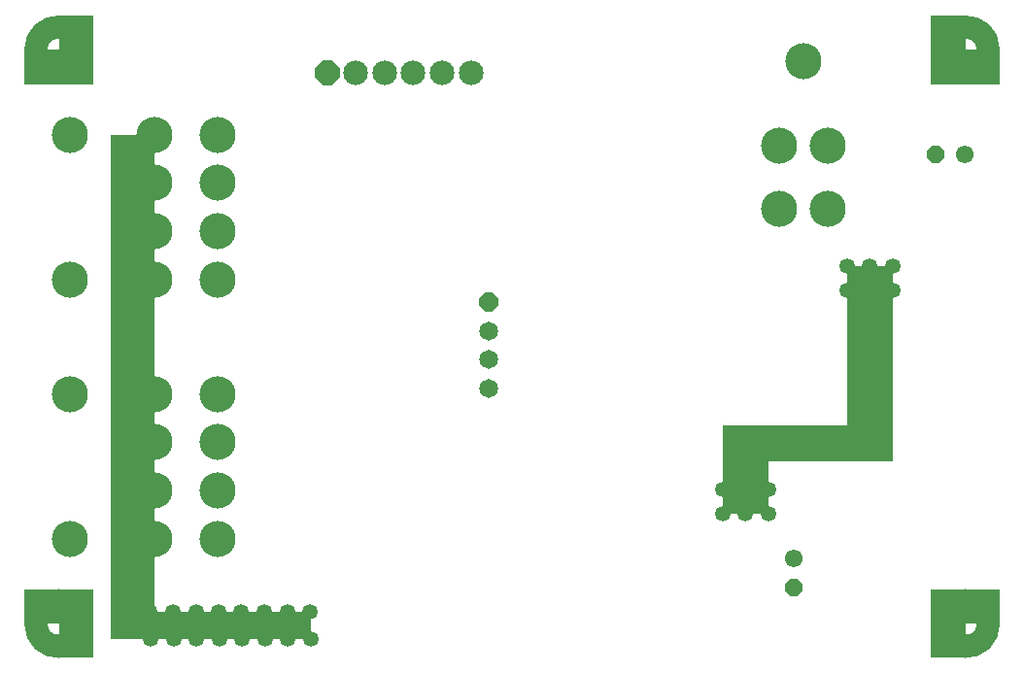
<source format=gbs>
G04*
G04 #@! TF.GenerationSoftware,Altium Limited,Altium Designer,19.1.5 (86)*
G04*
G04 Layer_Color=16711935*
%FSLAX44Y44*%
%MOMM*%
G71*
G01*
G75*
%ADD17C,2.0000*%
%ADD40P,1.6777X8X22.5*%
%ADD41C,1.5500*%
%ADD42C,1.6500*%
%ADD43P,1.7860X8X292.5*%
%ADD44C,3.1500*%
%ADD45C,2.1500*%
%ADD46P,2.3272X8X22.5*%
%ADD47P,1.6777X8X112.5*%
%ADD48C,0.1500*%
%ADD50C,1.3500*%
G36*
X60000Y500000D02*
X0D01*
X0Y500000D01*
Y530000D01*
X30000D01*
Y560000D01*
X60000Y560000D01*
Y500000D01*
D02*
G37*
G36*
X113000Y40000D02*
X249500D01*
Y16470D01*
X75000D01*
Y72000D01*
X75000Y456000D01*
X113000Y456000D01*
Y40000D01*
D02*
G37*
G36*
X60000Y0D02*
X60000Y-0D01*
X30000D01*
Y30000D01*
X0D01*
X0Y60000D01*
X60000D01*
Y0D01*
D02*
G37*
G36*
X790000D02*
Y60000D01*
X850000D01*
X850000Y60000D01*
Y30000D01*
X820000D01*
Y0D01*
X790000Y0D01*
D02*
G37*
G36*
X756710Y341746D02*
X756710Y171000D01*
X648550Y171000D01*
X648550Y126000D01*
X609000D01*
X609000Y203000D01*
X716710Y203000D01*
X716710Y341746D01*
X756710Y341746D01*
D02*
G37*
G36*
X850000Y500000D02*
X790000D01*
Y560000D01*
X790000Y560000D01*
X820000D01*
Y530000D01*
X850000D01*
X850000Y500000D01*
D02*
G37*
D17*
X840000Y530000D02*
G03*
X840000Y530000I-20000J0D01*
G01*
X840000Y30000D02*
G03*
X840000Y30000I-20000J0D01*
G01*
X50000D02*
G03*
X50000Y30000I-20000J0D01*
G01*
X50000Y530000D02*
G03*
X50000Y530000I-20000J0D01*
G01*
D40*
X794500Y439000D02*
D03*
D41*
X819500D02*
D03*
X670050Y86700D02*
D03*
D42*
X405000Y260000D02*
D03*
Y285000D02*
D03*
Y235000D02*
D03*
D43*
Y310000D02*
D03*
D44*
X40000Y104000D02*
D03*
Y230000D02*
D03*
X168000D02*
D03*
Y188000D02*
D03*
Y146000D02*
D03*
Y104000D02*
D03*
X113000D02*
D03*
Y146000D02*
D03*
Y188000D02*
D03*
Y230000D02*
D03*
X40000Y330000D02*
D03*
Y456000D02*
D03*
X168000D02*
D03*
Y414000D02*
D03*
Y372000D02*
D03*
Y330000D02*
D03*
X113000D02*
D03*
Y372000D02*
D03*
Y414000D02*
D03*
Y456000D02*
D03*
X679000Y520000D02*
D03*
X700000Y391500D02*
D03*
X658000D02*
D03*
Y446500D02*
D03*
X700000D02*
D03*
D45*
X389000Y510000D02*
D03*
X338750D02*
D03*
X288750D02*
D03*
X313750D02*
D03*
X364000D02*
D03*
D46*
X263750D02*
D03*
D47*
X670050Y61700D02*
D03*
D48*
X820000Y530000D02*
D03*
X820000Y30000D02*
D03*
X30000D02*
D03*
X30000Y530000D02*
D03*
D50*
X736710Y341746D02*
D03*
X756710D02*
D03*
Y320746D02*
D03*
X736710D02*
D03*
X716710D02*
D03*
Y341604D02*
D03*
X170000Y16470D02*
D03*
X169500Y40000D02*
D03*
X149500D02*
D03*
X150000Y16470D02*
D03*
X130000D02*
D03*
X129500Y40000D02*
D03*
X109500D02*
D03*
X110000Y16470D02*
D03*
X189500D02*
D03*
X189000Y40000D02*
D03*
X209000D02*
D03*
X209500Y16470D02*
D03*
X229500D02*
D03*
X229000Y40000D02*
D03*
X249000D02*
D03*
X249500Y16470D02*
D03*
X608550Y147000D02*
D03*
X628550D02*
D03*
X648550D02*
D03*
Y126000D02*
D03*
X628550D02*
D03*
X608550D02*
D03*
M02*

</source>
